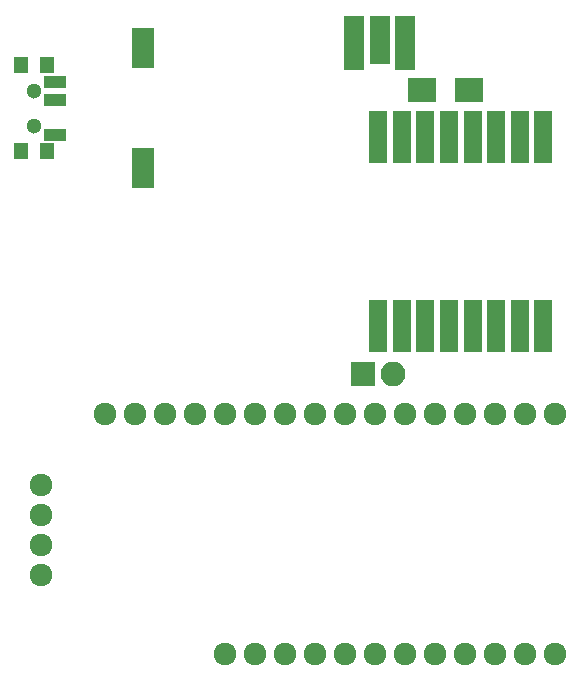
<source format=gbr>
G04 #@! TF.FileFunction,Soldermask,Bot*
%FSLAX46Y46*%
G04 Gerber Fmt 4.6, Leading zero omitted, Abs format (unit mm)*
G04 Created by KiCad (PCBNEW 4.0.4-stable) date 04/18/19 20:28:09*
%MOMM*%
%LPD*%
G01*
G04 APERTURE LIST*
%ADD10C,0.100000*%
%ADD11R,1.670000X4.591000*%
%ADD12R,1.670000X4.083000*%
%ADD13R,1.600000X4.400000*%
%ADD14R,2.100000X2.100000*%
%ADD15O,2.100000X2.100000*%
%ADD16C,1.924000*%
%ADD17C,1.300000*%
%ADD18R,1.900000X1.100000*%
%ADD19R,1.200000X1.400000*%
%ADD20R,1.900000X3.400000*%
%ADD21R,2.400000X2.100000*%
G04 APERTURE END LIST*
D10*
D11*
X126885700Y-36893500D03*
X131178300Y-36893500D03*
D12*
X129032000Y-36639500D03*
D11*
X126885700Y-36893500D03*
X131178300Y-36893500D03*
D13*
X142890000Y-60832000D03*
X140890000Y-60832000D03*
X138890000Y-60832000D03*
X136890000Y-60832000D03*
X134890000Y-60832000D03*
X132890000Y-60832000D03*
X130890000Y-60832000D03*
X128890000Y-60832000D03*
X128890000Y-44832000D03*
X130890000Y-44832000D03*
X132890000Y-44832000D03*
X134890000Y-44832000D03*
X136890000Y-44832000D03*
X138890000Y-44832000D03*
X140890000Y-44832000D03*
X142890000Y-44832000D03*
D14*
X127635000Y-64897000D03*
D15*
X130175000Y-64897000D03*
D16*
X100330000Y-81915000D03*
X100330000Y-79375000D03*
X100330000Y-76835000D03*
X100330000Y-74295000D03*
D17*
X99746000Y-43918000D03*
X99746000Y-40918000D03*
D18*
X101506000Y-44668000D03*
X101506000Y-41668000D03*
X101506000Y-40168000D03*
D19*
X98646000Y-46068000D03*
X98646000Y-38768000D03*
X100856000Y-38768000D03*
X100856000Y-46068000D03*
D16*
X105791000Y-68326000D03*
X108331000Y-68326000D03*
X110871000Y-68326000D03*
X113411000Y-68326000D03*
X115951000Y-68326000D03*
X118491000Y-68326000D03*
X121031000Y-68326000D03*
X123571000Y-68326000D03*
X126111000Y-68326000D03*
X128651000Y-68326000D03*
X131191000Y-68326000D03*
X133731000Y-68326000D03*
X136271000Y-68326000D03*
X138811000Y-68326000D03*
X141351000Y-68326000D03*
X143891000Y-68326000D03*
X143891000Y-88646000D03*
X141351000Y-88646000D03*
X138811000Y-88646000D03*
X136271000Y-88646000D03*
X133731000Y-88646000D03*
X131191000Y-88646000D03*
X128651000Y-88646000D03*
X126111000Y-88646000D03*
X123571000Y-88646000D03*
X121031000Y-88646000D03*
X118491000Y-88646000D03*
X115951000Y-88646000D03*
D20*
X108966000Y-47498000D03*
X108966000Y-37338000D03*
D21*
X136620000Y-40894000D03*
X132620000Y-40894000D03*
M02*

</source>
